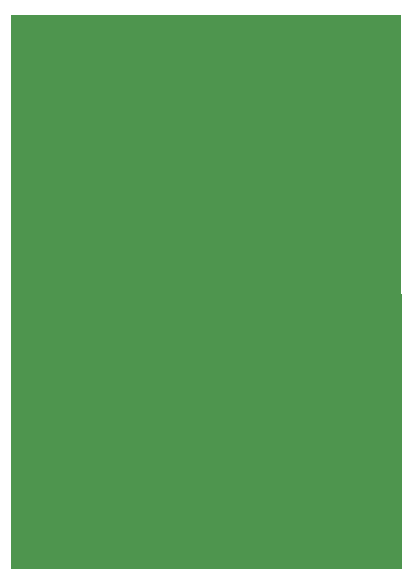
<source format=gbr>
G04 DipTrace 2.4.0.2*
%INBoard.gbr*%
%MOIN*%
%ADD11C,0.0055*%
%FSLAX44Y44*%
G04*
G70*
G90*
G75*
G01*
%LNBoardPoly*%
%LPD*%
G36*
X3938Y22425D2*
D11*
X16954Y22420D1*
X16967Y3937D1*
X3937D1*
X3938Y22425D1*
G37*
M02*

</source>
